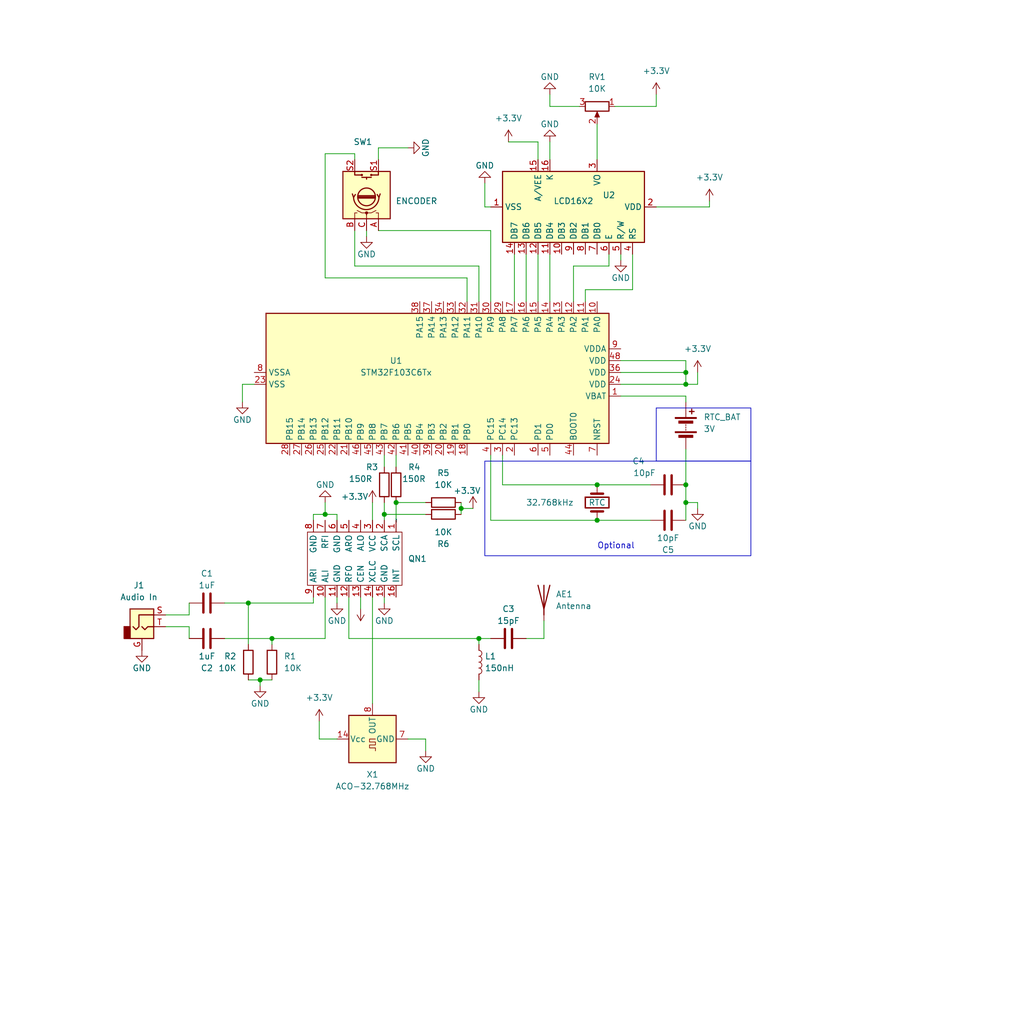
<source format=kicad_sch>
(kicad_sch (version 20230121) (generator eeschema)
  (paper "User" 219.989 219.989)
  (title_block (title "STM32 WITH  LCD16x2, ENCODER AND QN8066") (company "Ricardo Lima Caratti"))
  (lib_symbols
    (symbol "Connector_Audio:AudioJack2_Ground"
      (property "Reference" "J" (at 0 8.89 0))
      (property "Value" "AudioJack2_Ground" (at 0 6.35 0))
      (symbol "AudioJack2_Ground_0_1"
        (rectangle (start -2.54 -2.54) (end -3.81 0) (stroke (width 0.254)) (fill (type outline)))
        (polyline (pts (xy 0 0) (xy 0.635 -0.635) (xy 1.27 0) (xy 2.54 0)) (stroke (width 0.254)))
        (polyline (pts (xy 2.54 2.54) (xy -0.635 2.54) (xy -0.635 0) (xy -1.27 -0.635) (xy -1.905 0)) (stroke (width 0.254)))
        (rectangle (start 2.54 3.81) (end -2.54 -2.54) (stroke (width 0.254)) (fill (type background)))
      )
      (symbol "AudioJack2_Ground_1_1"
        (pin passive line (at 0 -5.08 90) (length 2.54) (name "~") (number "G"))
        (pin passive line (at 5.08 2.54 180) (length 2.54) (name "~") (number "S"))
        (pin passive line (at 5.08 0 180) (length 2.54) (name "~") (number "T"))
      )
    )
    (symbol "Device:Antenna" (pin_numbers hide) (pin_names (offset 1.016) hide)
      (property "Reference" "AE" (at -1.905 1.905 0))
      (property "Value" "Antenna" (at -1.905 0 0))
      (symbol "Antenna_0_1"
        (polyline (pts (xy 0 2.54) (xy 0 -3.81)) (stroke (width 0.254)))
        (polyline (pts (xy 1.27 2.54) (xy 0 -2.54) (xy -1.27 2.54)) (stroke (width 0.254)))
      )
      (symbol "Antenna_1_1"
        (pin input line (at 0 -5.08 90) (length 2.54) (name "A") (number "1"))
      )
    )
    (symbol "Device:Battery" (pin_numbers hide) (pin_names (offset 0) hide)
      (property "Reference" "BT" (at 2.54 2.54 0))
      (property "Value" "Battery" (at 2.54 0 0))
      (symbol "Battery_0_1"
        (rectangle (start -2.286 -1.27) (end 2.286 -1.524) (fill (type outline)))
        (rectangle (start -2.286 1.778) (end 2.286 1.524) (fill (type outline)))
        (rectangle (start -1.524 -2.032) (end 1.524 -2.54) (fill (type outline)))
        (rectangle (start -1.524 1.016) (end 1.524 0.508) (fill (type outline)))
        (polyline (pts (xy 0 -1.016) (xy 0 -0.762)))
        (polyline (pts (xy 0 -0.508) (xy 0 -0.254)))
        (polyline (pts (xy 0 0) (xy 0 0.254)))
        (polyline (pts (xy 0 1.778) (xy 0 2.54)))
        (polyline (pts (xy 0.762 3.048) (xy 1.778 3.048)) (stroke (width 0.254)))
        (polyline (pts (xy 1.27 3.556) (xy 1.27 2.54)) (stroke (width 0.254)))
      )
      (symbol "Battery_1_1"
        (pin passive line (at 0 5.08 270) (length 2.54) (name "+") (number "1"))
        (pin passive line (at 0 -5.08 90) (length 2.54) (name "-") (number "2"))
      )
    )
    (symbol "Device:C" (pin_numbers hide) (pin_names (offset 0.254))
      (property "Reference" "C" (at 0.635 2.54 0))
      (property "Value" "C" (at 0.635 -2.54 0))
      (symbol "C_0_1"
        (polyline (pts (xy -2.032 -0.762) (xy 2.032 -0.762)) (stroke (width 0.508)))
        (polyline (pts (xy -2.032 0.762) (xy 2.032 0.762)) (stroke (width 0.508)))
      )
      (symbol "C_1_1"
        (pin passive line (at 0 3.81 270) (length 2.794) (name "~") (number "1"))
        (pin passive line (at 0 -3.81 90) (length 2.794) (name "~") (number "2"))
      )
    )
    (symbol "Device:Crystal" (pin_numbers hide) (pin_names (offset 1.016) hide)
      (property "Reference" "Y" (at 0 3.81 0))
      (property "Value" "Crystal" (at 0 -3.81 0))
      (symbol "Crystal_0_1"
        (rectangle (start -1.143 2.54) (end 1.143 -2.54) (stroke (width 0.3048)))
        (polyline (pts (xy -2.54 0) (xy -1.905 0)))
        (polyline (pts (xy -1.905 -1.27) (xy -1.905 1.27)) (stroke (width 0.508)))
        (polyline (pts (xy 1.905 -1.27) (xy 1.905 1.27)) (stroke (width 0.508)))
        (polyline (pts (xy 2.54 0) (xy 1.905 0)))
      )
      (symbol "Crystal_1_1"
        (pin passive line (at -3.81 0 0) (length 1.27) (name "1") (number "1"))
        (pin passive line (at 3.81 0 180) (length 1.27) (name "2") (number "2"))
      )
    )
    (symbol "Device:L" (pin_numbers hide) (pin_names (offset 1.016) hide)
      (property "Reference" "L" (at -1.27 0 90))
      (property "Value" "L" (at 1.905 0 90))
      (symbol "L_0_1"
        (arc (start 0 -2.54) (mid 0.6323 -1.905) (end 0 -1.27))
        (arc (start 0 -1.27) (mid 0.6323 -0.635) (end 0 0))
        (arc (start 0 0) (mid 0.6323 0.635) (end 0 1.27))
        (arc (start 0 1.27) (mid 0.6323 1.905) (end 0 2.54))
      )
      (symbol "L_1_1"
        (pin passive line (at 0 3.81 270) (length 1.27) (name "1") (number "1"))
        (pin passive line (at 0 -3.81 90) (length 1.27) (name "2") (number "2"))
      )
    )
    (symbol "Device:R" (pin_numbers hide) (pin_names (offset 0))
      (property "Reference" "R" (at 2.032 0 90))
      (property "Value" "R" (at 0 0 90))
      (symbol "R_0_1"
        (rectangle (start -1.016 -2.54) (end 1.016 2.54) (stroke (width 0.254)))
      )
      (symbol "R_1_1"
        (pin passive line (at 0 3.81 270) (length 1.27) (name "~") (number "1"))
        (pin passive line (at 0 -3.81 90) (length 1.27) (name "~") (number "2"))
      )
    )
    (symbol "Device:R_Potentiometer" (pin_names (offset 1.016) hide)
      (property "Reference" "RV" (at -4.445 0 90))
      (property "Value" "R_Potentiometer" (at -2.54 0 90))
      (symbol "R_Potentiometer_0_1"
        (polyline (pts (xy 2.54 0) (xy 1.524 0)))
        (polyline (pts (xy 1.143 0) (xy 2.286 0.508) (xy 2.286 -0.508) (xy 1.143 0)) (fill (type outline)))
        (rectangle (start 1.016 2.54) (end -1.016 -2.54) (stroke (width 0.254)))
      )
      (symbol "R_Potentiometer_1_1"
        (pin passive line (at 0 3.81 270) (length 1.27) (name "1") (number "1"))
        (pin passive line (at 3.81 0 180) (length 1.27) (name "2") (number "2"))
        (pin passive line (at 0 -3.81 90) (length 1.27) (name "3") (number "3"))
      )
    )
    (symbol "Device:RotaryEncoder_Switch" (pin_names (offset 0.254) hide)
      (property "Reference" "SW" (at 0 6.604 0))
      (property "Value" "RotaryEncoder_Switch" (at 0 -6.604 0))
      (symbol "RotaryEncoder_Switch_0_1"
        (rectangle (start -5.08 5.08) (end 5.08 -5.08) (stroke (width 0.254)) (fill (type background)))
        (circle (center -3.81 0) (radius 0.254) (fill (type outline)))
        (circle (center -0.381 0) (radius 1.905) (stroke (width 0.254)))
        (arc (start -0.381 2.667) (mid -3.0988 -0.0635) (end -0.381 -2.794) (stroke (width 0.254)))
        (polyline (pts (xy -0.635 -1.778) (xy -0.635 1.778)) (stroke (width 0.254)))
        (polyline (pts (xy -0.381 -1.778) (xy -0.381 1.778)) (stroke (width 0.254)))
        (polyline (pts (xy -0.127 1.778) (xy -0.127 -1.778)) (stroke (width 0.254)))
        (polyline (pts (xy 3.81 0) (xy 3.429 0)) (stroke (width 0.254)))
        (polyline (pts (xy 3.81 1.016) (xy 3.81 -1.016)) (stroke (width 0.254)))
        (polyline (pts (xy -5.08 -2.54) (xy -3.81 -2.54) (xy -3.81 -2.032)))
        (polyline (pts (xy -5.08 2.54) (xy -3.81 2.54) (xy -3.81 2.032)))
        (polyline (pts (xy 0.254 -3.048) (xy -0.508 -2.794) (xy 0.127 -2.413)) (stroke (width 0.254)))
        (polyline (pts (xy 0.254 2.921) (xy -0.508 2.667) (xy 0.127 2.286)) (stroke (width 0.254)))
        (polyline (pts (xy 5.08 -2.54) (xy 4.318 -2.54) (xy 4.318 -1.016)) (stroke (width 0.254)))
        (polyline (pts (xy 5.08 2.54) (xy 4.318 2.54) (xy 4.318 1.016)) (stroke (width 0.254)))
        (polyline (pts (xy -5.08 0) (xy -3.81 0) (xy -3.81 -1.016) (xy -3.302 -2.032)))
        (polyline (pts (xy -4.318 0) (xy -3.81 0) (xy -3.81 1.016) (xy -3.302 2.032)))
        (circle (center 4.318 -1.016) (radius 0.127) (stroke (width 0.254)))
        (circle (center 4.318 1.016) (radius 0.127) (stroke (width 0.254)))
      )
      (symbol "RotaryEncoder_Switch_1_1"
        (pin passive line (at -7.62 2.54 0) (length 2.54) (name "A") (number "A"))
        (pin passive line (at -7.62 -2.54 0) (length 2.54) (name "B") (number "B"))
        (pin passive line (at -7.62 0 0) (length 2.54) (name "C") (number "C"))
        (pin passive line (at 7.62 2.54 180) (length 2.54) (name "S1") (number "S1"))
        (pin passive line (at 7.62 -2.54 180) (length 2.54) (name "S2") (number "S2"))
      )
    )
    (symbol "Display_Character:RC1602A"
      (property "Reference" "U" (at -6.35 16.51 0))
      (property "Value" "RC1602A" (at 2.794 16.51 0))
      (symbol "RC1602A_0_1"
        (rectangle (start -7.62 15.24) (end 7.62 -15.24) (stroke (width 0.254)) (fill (type background)))
      )
      (symbol "RC1602A_1_1"
        (pin power_in line (at 0 -17.78 90) (length 2.54) (name "VSS") (number "1"))
        (pin bidirectional line (at -10.16 -2.54 0) (length 2.54) (name "DB3") (number "10"))
        (pin bidirectional line (at -10.16 -5.08 0) (length 2.54) (name "DB4") (number "11"))
        (pin bidirectional line (at -10.16 -7.62 0) (length 2.54) (name "DB5") (number "12"))
        (pin bidirectional line (at -10.16 -10.16 0) (length 2.54) (name "DB6") (number "13"))
        (pin bidirectional line (at -10.16 -12.7 0) (length 2.54) (name "DB7") (number "14"))
        (pin power_in line (at 10.16 -7.62 180) (length 2.54) (name "A/VEE") (number "15"))
        (pin power_in line (at 10.16 -5.08 180) (length 2.54) (name "K") (number "16"))
        (pin power_in line (at 0 17.78 270) (length 2.54) (name "VDD") (number "2"))
        (pin power_in line (at 10.16 5.08 180) (length 2.54) (name "VO") (number "3"))
        (pin input line (at -10.16 12.7 0) (length 2.54) (name "RS") (number "4"))
        (pin input line (at -10.16 10.16 0) (length 2.54) (name "R/W") (number "5"))
        (pin input line (at -10.16 7.62 0) (length 2.54) (name "E") (number "6"))
        (pin bidirectional line (at -10.16 5.08 0) (length 2.54) (name "DB0") (number "7"))
        (pin bidirectional line (at -10.16 2.54 0) (length 2.54) (name "DB1") (number "8"))
        (pin bidirectional line (at -10.16 0 0) (length 2.54) (name "DB2") (number "9"))
      )
    )
    (symbol "MCU_ST_STM32F1:STM32F103C6Tx"
      (property "Reference" "U" (at -12.7 39.37 0))
      (property "Value" "STM32F103C6Tx" (at 10.16 39.37 0))
      (symbol "STM32F103C6Tx_0_1"
        (rectangle (start -12.7 -35.56) (end 15.24 38.1) (stroke (width 0.254)) (fill (type background)))
      )
      (symbol "STM32F103C6Tx_1_1"
        (pin power_in line (at -2.54 40.64 270) (length 2.54) (name "VBAT") (number "1"))
        (pin bidirectional line (at 17.78 35.56 180) (length 2.54) (name "PA0") (number "10"))
        (pin bidirectional line (at 17.78 33.02 180) (length 2.54) (name "PA1") (number "11"))
        (pin bidirectional line (at 17.78 30.48 180) (length 2.54) (name "PA2") (number "12"))
        (pin bidirectional line (at 17.78 27.94 180) (length 2.54) (name "PA3") (number "13"))
        (pin bidirectional line (at 17.78 25.4 180) (length 2.54) (name "PA4") (number "14"))
        (pin bidirectional line (at 17.78 22.86 180) (length 2.54) (name "PA5") (number "15"))
        (pin bidirectional line (at 17.78 20.32 180) (length 2.54) (name "PA6") (number "16"))
        (pin bidirectional line (at 17.78 17.78 180) (length 2.54) (name "PA7") (number "17"))
        (pin bidirectional line (at -15.24 7.62 0) (length 2.54) (name "PB0") (number "18"))
        (pin bidirectional line (at -15.24 5.08 0) (length 2.54) (name "PB1") (number "19"))
        (pin bidirectional line (at -15.24 17.78 0) (length 2.54) (name "PC13") (number "2"))
        (pin bidirectional line (at -15.24 2.54 0) (length 2.54) (name "PB2") (number "20"))
        (pin bidirectional line (at -15.24 -17.78 0) (length 2.54) (name "PB10") (number "21"))
        (pin bidirectional line (at -15.24 -20.32 0) (length 2.54) (name "PB11") (number "22"))
        (pin power_in line (at 0 -38.1 90) (length 2.54) (name "VSS") (number "23"))
        (pin power_in line (at 0 40.64 270) (length 2.54) (name "VDD") (number "24"))
        (pin bidirectional line (at -15.24 -22.86 0) (length 2.54) (name "PB12") (number "25"))
        (pin bidirectional line (at -15.24 -25.4 0) (length 2.54) (name "PB13") (number "26"))
        (pin bidirectional line (at -15.24 -27.94 0) (length 2.54) (name "PB14") (number "27"))
        (pin bidirectional line (at -15.24 -30.48 0) (length 2.54) (name "PB15") (number "28"))
        (pin bidirectional line (at 17.78 15.24 180) (length 2.54) (name "PA8") (number "29"))
        (pin bidirectional line (at -15.24 15.24 0) (length 2.54) (name "PC14") (number "3"))
        (pin bidirectional line (at 17.78 12.7 180) (length 2.54) (name "PA9") (number "30"))
        (pin bidirectional line (at 17.78 10.16 180) (length 2.54) (name "PA10") (number "31"))
        (pin bidirectional line (at 17.78 7.62 180) (length 2.54) (name "PA11") (number "32"))
        (pin bidirectional line (at 17.78 5.08 180) (length 2.54) (name "PA12") (number "33"))
        (pin bidirectional line (at 17.78 2.54 180) (length 2.54) (name "PA13") (number "34"))
        (pin passive line (at 0 -38.1 90) (length 2.54) hide (name "VSS") (number "35"))
        (pin power_in line (at 2.54 40.64 270) (length 2.54) (name "VDD") (number "36"))
        (pin bidirectional line (at 17.78 0 180) (length 2.54) (name "PA14") (number "37"))
        (pin bidirectional line (at 17.78 -2.54 180) (length 2.54) (name "PA15") (number "38"))
        (pin bidirectional line (at -15.24 0 0) (length 2.54) (name "PB3") (number "39"))
        (pin bidirectional line (at -15.24 12.7 0) (length 2.54) (name "PC15") (number "4"))
        (pin bidirectional line (at -15.24 -2.54 0) (length 2.54) (name "PB4") (number "40"))
        (pin bidirectional line (at -15.24 -5.08 0) (length 2.54) (name "PB5") (number "41"))
        (pin bidirectional line (at -15.24 -7.62 0) (length 2.54) (name "PB6") (number "42"))
        (pin bidirectional line (at -15.24 -10.16 0) (length 2.54) (name "PB7") (number "43"))
        (pin input line (at -15.24 30.48 0) (length 2.54) (name "BOOT0") (number "44"))
        (pin bidirectional line (at -15.24 -12.7 0) (length 2.54) (name "PB8") (number "45"))
        (pin bidirectional line (at -15.24 -15.24 0) (length 2.54) (name "PB9") (number "46"))
        (pin passive line (at 0 -38.1 90) (length 2.54) hide (name "VSS") (number "47"))
        (pin power_in line (at 5.08 40.64 270) (length 2.54) (name "VDD") (number "48"))
        (pin bidirectional line (at -15.24 25.4 0) (length 2.54) (name "PD0") (number "5"))
        (pin bidirectional line (at -15.24 22.86 0) (length 2.54) (name "PD1") (number "6"))
        (pin input line (at -15.24 35.56 0) (length 2.54) (name "NRST") (number "7"))
        (pin power_in line (at 2.54 -38.1 90) (length 2.54) (name "VSSA") (number "8"))
        (pin power_in line (at 7.62 40.64 270) (length 2.54) (name "VDDA") (number "9"))
      )
    )
    (symbol "Oscillator:ACO-xxxMHz" (pin_names (offset 0.254))
      (property "Reference" "X" (at -5.08 6.35 0))
      (property "Value" "ACO-xxxMHz" (at 1.27 -6.35 0))
      (symbol "ACO-xxxMHz_0_1"
        (rectangle (start -5.08 5.08) (end 5.08 -5.08) (stroke (width 0.254)) (fill (type background)))
        (polyline (pts (xy -2.54 -0.635) (xy -1.905 -0.635) (xy -1.905 0.635) (xy -1.27 0.635) (xy -1.27 -0.635) (xy -0.635 -0.635) (xy -0.635 0.635) (xy 0 0.635) (xy 0 -0.635)))
      )
      (symbol "ACO-xxxMHz_1_1"
        (pin no_connect line (at -5.08 2.54 0) (length 2.54) hide (name "NC") (number "1"))
        (pin power_in line (at 0 7.62 270) (length 2.54) (name "Vcc") (number "14"))
        (pin power_in line (at 0 -7.62 90) (length 2.54) (name "GND") (number "7"))
        (pin output line (at 7.62 0 180) (length 2.54) (name "OUT") (number "8"))
      )
    )
    (symbol "QN8066:QN8066"
      (property "Reference" "QN8066" (at 0 15.24 0))
      (symbol "QN8066_0_1"
        (rectangle (start -6.35 13.97) (end 5.08 -6.35))
      )
      (symbol "QN8066_1_1"
        (pin input line (at -8.89 12.7 0) (length 2.54) (name "SCL") (number "1"))
        (pin input line (at 7.62 -2.54 180) (length 2.54) (name "ALI") (number "10"))
        (pin passive line (at 7.62 0 180) (length 2.54) (name "GND") (number "11"))
        (pin output line (at 7.62 2.54 180) (length 2.54) (name "RFO") (number "12"))
        (pin input line (at 7.62 5.08 180) (length 2.54) (name "CEN") (number "13"))
        (pin input line (at 7.62 7.62 180) (length 2.54) (name "XCLC") (number "14"))
        (pin passive line (at 7.62 10.16 180) (length 2.54) (name "GND") (number "15"))
        (pin output line (at 7.62 12.7 180) (length 2.54) (name "INT") (number "16"))
        (pin bidirectional line (at -8.89 10.16 0) (length 2.54) (name "SCA") (number "2"))
        (pin power_in line (at -8.89 7.62 0) (length 2.54) (name "VCC") (number "3"))
        (pin output line (at -8.89 5.08 0) (length 2.54) (name "ALO") (number "4"))
        (pin output line (at -8.89 2.54 0) (length 2.54) (name "ARO") (number "5"))
        (pin passive line (at -8.89 0 0) (length 2.54) (name "GND") (number "6"))
        (pin input line (at -8.89 -2.54 0) (length 2.54) (name "RFI") (number "7"))
        (pin passive line (at -8.89 -5.08 0) (length 2.54) (name "GND") (number "8"))
        (pin input line (at 7.62 -5.08 180) (length 2.54) (name "ARI") (number "9"))
      )
    )
    (symbol "power:+3.3V" (power) (pin_names (offset 0))
      (property "Value" "+3.3V" (at 0 3.556 0))
      (symbol "+3.3V_0_1"
        (polyline (pts (xy -0.762 1.27) (xy 0 2.54)))
        (polyline (pts (xy 0 0) (xy 0 2.54)))
        (polyline (pts (xy 0 2.54) (xy 0.762 1.27)))
      )
      (symbol "+3.3V_1_1"
        (pin power_in line (at 0 0 90) (length 0) hide (name "+3.3V") (number "1"))
      )
    )
    (symbol "power:GND" (power) (pin_names (offset 0))
      (property "Value" "GND" (at 0 -3.81 0))
      (symbol "GND_0_1"
        (polyline (pts (xy 0 0) (xy 0 -1.27) (xy 1.27 -1.27) (xy 0 -2.54) (xy -1.27 -1.27) (xy 0 -1.27)))
      )
      (symbol "GND_1_1"
        (pin power_in line (at 0 0 270) (length 0) hide (name "GND") (number "1"))
      )
    )
  )
  (junction (at 82.55 110.49))
  (junction (at 102.87 137.16))
  (junction (at 69.85 110.49))
  (junction (at 55.88 146.05))
  (junction (at 85.09 107.95))
  (junction (at 99.06 109.22))
  (junction (at 53.34 129.54))
  (junction (at 58.42 137.16))
  (junction (at 147.32 104.14))
  (junction (at 128.27 111.76))
  (junction (at 128.27 104.14))
  (junction (at 147.32 80.01))
  (junction (at 147.32 82.55))
  (junction (at 147.32 107.95))
  (wire (pts (xy 69.85 128.27) (xy 69.85 137.16)))
  (wire (pts (xy 140.97 44.45) (xy 152.4 44.45)))
  (wire (pts (xy 149.86 82.55) (xy 149.86 80.01)))
  (wire (pts (xy 135.89 54.61) (xy 135.89 62.23)))
  (wire (pts (xy 58.42 138.43) (xy 58.42 137.16)))
  (wire (pts (xy 133.35 54.61) (xy 133.35 55.88)))
  (wire (pts (xy 99.06 107.95) (xy 99.06 109.22)))
  (wire (pts (xy 68.58 154.94) (xy 68.58 158.75)))
  (wire (pts (xy 128.27 111.76) (xy 139.7 111.76)))
  (wire (pts (xy 81.28 31.75) (xy 87.63 31.75)))
  (wire (pts (xy 87.63 158.75) (xy 91.44 158.75)))
  (wire (pts (xy 72.39 158.75) (xy 68.58 158.75)))
  (wire (pts (xy 67.31 110.49) (xy 67.31 111.76)))
  (wire (pts (xy 72.39 128.27) (xy 72.39 129.54)))
  (wire (pts (xy 140.97 20.32) (xy 140.97 22.86)))
  (wire (pts (xy 76.2 49.53) (xy 76.2 57.15)))
  (wire (pts (xy 99.06 109.22) (xy 99.06 110.49)))
  (wire (pts (xy 100.33 59.69) (xy 100.33 64.77)))
  (wire (pts (xy 77.47 128.27) (xy 77.47 130.81)))
  (wire (pts (xy 133.35 85.09) (xy 147.32 85.09)))
  (wire (pts (xy 85.09 97.79) (xy 85.09 100.33)))
  (wire (pts (xy 81.28 34.29) (xy 81.28 31.75)))
  (wire (pts (xy 76.2 33.02) (xy 69.85 33.02)))
  (wire (pts (xy 107.95 104.14) (xy 128.27 104.14)))
  (wire (pts (xy 69.85 59.69) (xy 100.33 59.69)))
  (wire (pts (xy 40.64 129.54) (xy 40.64 132.08)))
  (wire (pts (xy 147.32 77.47) (xy 147.32 80.01)))
  (wire (pts (xy 147.32 96.52) (xy 147.32 104.14)))
  (wire (pts (xy 55.88 146.05) (xy 58.42 146.05)))
  (wire (pts (xy 91.44 158.75) (xy 91.44 161.29)))
  (wire (pts (xy 115.57 54.61) (xy 115.57 64.77)))
  (wire (pts (xy 118.11 20.32) (xy 118.11 22.86)))
  (wire (pts (xy 58.42 137.16) (xy 48.26 137.16)))
  (wire (pts (xy 149.86 107.95) (xy 147.32 107.95)))
  (wire (pts (xy 35.56 134.62) (xy 40.64 134.62)))
  (wire (pts (xy 105.41 111.76) (xy 128.27 111.76)))
  (wire (pts (xy 105.41 97.79) (xy 105.41 111.76)))
  (wire (pts (xy 132.08 22.86) (xy 140.97 22.86)))
  (wire (pts (xy 102.87 137.16) (xy 102.87 138.43)))
  (wire (pts (xy 105.41 49.53) (xy 105.41 64.77)))
  (wire (pts (xy 128.27 26.67) (xy 128.27 34.29)))
  (wire (pts (xy 55.88 146.05) (xy 55.88 147.32)))
  (wire (pts (xy 133.35 77.47) (xy 147.32 77.47)))
  (wire (pts (xy 85.09 107.95) (xy 91.44 107.95)))
  (wire (pts (xy 78.74 50.8) (xy 78.74 49.53)))
  (wire (pts (xy 147.32 104.14) (xy 147.32 107.95)))
  (wire (pts (xy 102.87 146.05) (xy 102.87 148.59)))
  (wire (pts (xy 104.14 39.37) (xy 104.14 44.45)))
  (wire (pts (xy 149.86 109.22) (xy 149.86 107.95)))
  (wire (pts (xy 109.22 30.48) (xy 115.57 30.48)))
  (wire (pts (xy 40.64 134.62) (xy 40.64 137.16)))
  (wire (pts (xy 80.01 107.95) (xy 80.01 111.76)))
  (wire (pts (xy 74.93 137.16) (xy 102.87 137.16)))
  (wire (pts (xy 72.39 111.76) (xy 72.39 110.49)))
  (wire (pts (xy 52.07 82.55) (xy 52.07 86.36)))
  (wire (pts (xy 102.87 57.15) (xy 102.87 64.77)))
  (wire (pts (xy 110.49 54.61) (xy 110.49 64.77)))
  (wire (pts (xy 128.27 104.14) (xy 139.7 104.14)))
  (wire (pts (xy 82.55 110.49) (xy 82.55 111.76)))
  (wire (pts (xy 147.32 80.01) (xy 147.32 82.55)))
  (wire (pts (xy 82.55 107.95) (xy 82.55 110.49)))
  (wire (pts (xy 104.14 44.45) (xy 105.41 44.45)))
  (wire (pts (xy 82.55 128.27) (xy 82.55 129.54)))
  (wire (pts (xy 118.11 30.48) (xy 118.11 34.29)))
  (wire (pts (xy 123.19 64.77) (xy 123.19 57.15)))
  (wire (pts (xy 72.39 110.49) (xy 69.85 110.49)))
  (wire (pts (xy 107.95 97.79) (xy 107.95 104.14)))
  (wire (pts (xy 99.06 109.22) (xy 101.6 109.22)))
  (wire (pts (xy 113.03 137.16) (xy 116.84 137.16)))
  (wire (pts (xy 80.01 128.27) (xy 80.01 151.13)))
  (wire (pts (xy 124.46 22.86) (xy 118.11 22.86)))
  (wire (pts (xy 147.32 85.09) (xy 147.32 86.36)))
  (wire (pts (xy 125.73 64.77) (xy 125.73 62.23)))
  (wire (pts (xy 116.84 133.35) (xy 116.84 137.16)))
  (wire (pts (xy 69.85 137.16) (xy 58.42 137.16)))
  (wire (pts (xy 133.35 80.01) (xy 147.32 80.01)))
  (wire (pts (xy 82.55 110.49) (xy 91.44 110.49)))
  (wire (pts (xy 118.11 54.61) (xy 118.11 64.77)))
  (wire (pts (xy 53.34 129.54) (xy 53.34 138.43)))
  (wire (pts (xy 48.26 129.54) (xy 53.34 129.54)))
  (wire (pts (xy 35.56 132.08) (xy 40.64 132.08)))
  (wire (pts (xy 69.85 110.49) (xy 67.31 110.49)))
  (wire (pts (xy 69.85 107.95) (xy 69.85 110.49)))
  (wire (pts (xy 113.03 54.61) (xy 113.03 64.77)))
  (wire (pts (xy 85.09 107.95) (xy 85.09 111.76)))
  (wire (pts (xy 147.32 107.95) (xy 147.32 111.76)))
  (wire (pts (xy 125.73 62.23) (xy 135.89 62.23)))
  (wire (pts (xy 76.2 57.15) (xy 102.87 57.15)))
  (wire (pts (xy 147.32 82.55) (xy 149.86 82.55)))
  (wire (pts (xy 123.19 57.15) (xy 130.81 57.15)))
  (wire (pts (xy 133.35 82.55) (xy 147.32 82.55)))
  (wire (pts (xy 115.57 34.29) (xy 115.57 30.48)))
  (wire (pts (xy 130.81 57.15) (xy 130.81 54.61)))
  (wire (pts (xy 69.85 33.02) (xy 69.85 59.69)))
  (wire (pts (xy 76.2 34.29) (xy 76.2 33.02)))
  (wire (pts (xy 105.41 137.16) (xy 102.87 137.16)))
  (wire (pts (xy 53.34 129.54) (xy 67.31 129.54)))
  (wire (pts (xy 54.61 82.55) (xy 52.07 82.55)))
  (wire (pts (xy 74.93 128.27) (xy 74.93 137.16)))
  (wire (pts (xy 81.28 49.53) (xy 105.41 49.53)))
  (wire (pts (xy 82.55 97.79) (xy 82.55 100.33)))
  (wire (pts (xy 152.4 44.45) (xy 152.4 43.18)))
  (wire (pts (xy 53.34 146.05) (xy 55.88 146.05)))
  (wire (pts (xy 67.31 129.54) (xy 67.31 128.27)))
  (rectangle (start 140.97 87.63) (end 161.29 99.06))
  (rectangle (start 104.14 99.06) (end 161.29 119.38))
  (text "Optional" (at 128.27 118.11 0) (effects (font (size 1.27 1.27)) (justify left bottom)))
  (symbol (lib_id "power:+3.3V") (at 152.4 43.18 0) (unit 1)
    (property "Reference" "#PWR03" (effects hide))
    (property "Value" "+3.3V" (at 152.4 38.1 0))
  )
  (symbol (lib_id "Device:R") (at 53.34 142.24 0) (mirror y) (unit 1)
    (property "Reference" "R2" (at 50.8 140.97 0) (effects (justify left)))
    (property "Value" "10K" (at 50.8 143.51 0) (effects (justify left)))
  )
  (symbol (lib_id "Oscillator:ACO-xxxMHz") (at 80.01 158.75 90) (unit 1)
    (property "Reference" "X1" (at 80.01 166.37 90))
    (property "Value" "ACO-32.768MHz" (at 80.01 168.91 90))
    (property "Footprint" "Oscillator:Oscillator_DIP-14" (effects hide))
    (property "Datasheet" "http://www.conwin.com/datasheets/cx/cx030.pdf" (effects hide))
  )
  (symbol (lib_id "Display_Character:RC1602A") (at 123.19 44.45 270) (mirror x) (unit 1)
    (property "Reference" "U2" (at 130.81 41.91 90))
    (property "Value" "LCD16X2" (at 123.19 43.18 90))
    (property "Footprint" "Display:RC1602A" (effects hide))
    (property "Datasheet" "http://www.raystar-optronics.com/down.php?ProID=18" (effects hide))
  )
  (symbol (lib_id "power:GND") (at 72.39 129.54 0) (unit 1)
    (property "Reference" "#PWR014" (effects hide))
    (property "Value" "GND" (at 72.39 133.35 0))
  )
  (symbol (lib_id "Device:R") (at 58.42 142.24 0) (unit 1)
    (property "Reference" "R1" (at 60.96 140.97 0) (effects (justify left)))
    (property "Value" "10K" (at 60.96 143.51 0) (effects (justify left)))
  )
  (symbol (lib_id "Device:R") (at 95.25 107.95 270) (unit 1)
    (property "Reference" "R5" (at 95.25 101.6 90))
    (property "Value" "10K" (at 95.25 104.14 90))
  )
  (symbol (lib_id "power:+3.3V") (at 140.97 20.32 0) (unit 1)
    (property "Reference" "#PWR04" (effects hide))
    (property "Value" "+3.3V" (at 140.97 15.24 0))
  )
  (symbol (lib_id "power:GND") (at 87.63 31.75 90) (mirror x) (unit 1)
    (property "Reference" "#PWR09" (effects hide))
    (property "Value" "GND" (at 91.44 31.75 0))
  )
  (symbol (lib_id "Device:RotaryEncoder_Switch") (at 78.74 41.91 270) (mirror x) (unit 1)
    (property "Reference" "SW1" (at 80.01 30.48 90) (effects (justify right)))
    (property "Value" "ENCODER" (at 93.98 43.18 90) (effects (justify right)))
  )
  (symbol (lib_id "power:GND") (at 102.87 148.59 0) (unit 1)
    (property "Reference" "#PWR018" (effects hide))
    (property "Value" "GND" (at 102.87 152.4 0))
  )
  (symbol (lib_id "Device:C") (at 109.22 137.16 90) (unit 1)
    (property "Reference" "C3" (at 109.22 130.81 90))
    (property "Value" "15pF" (at 109.22 133.35 90))
  )
  (symbol (lib_id "Device:R") (at 82.55 104.14 0) (mirror y) (unit 1)
    (property "Reference" "R3" (at 81.28 100.33 0) (effects (justify left)))
    (property "Value" "150R" (at 80.01 102.87 0) (effects (justify left)))
  )
  (symbol (lib_id "power:GND") (at 118.11 30.48 180) (unit 1)
    (property "Reference" "#PWR06" (effects hide))
    (property "Value" "GND" (at 118.11 26.67 0))
  )
  (symbol (lib_id "Device:Antenna") (at 116.84 128.27 0) (unit 1)
    (property "Reference" "AE1" (at 119.38 127.635 0) (effects (justify left)))
    (property "Value" "Antenna" (at 119.38 130.175 0) (effects (justify left)))
  )
  (symbol (lib_id "power:+3.3V") (at 80.01 107.95 0) (unit 1)
    (property "Reference" "#PWR013" (effects hide))
    (property "Value" "+3.3V" (at 76.2 106.68 0))
  )
  (symbol (lib_id "power:GND") (at 78.74 50.8 0) (mirror y) (unit 1)
    (property "Reference" "#PWR08" (effects hide))
    (property "Value" "GND" (at 78.74 54.61 0))
  )
  (symbol (lib_id "Device:R") (at 95.25 110.49 270) (mirror x) (unit 1)
    (property "Reference" "R6" (at 95.25 116.84 90))
    (property "Value" "10K" (at 95.25 114.3 90))
  )
  (symbol (lib_id "power:+3.3V") (at 101.6 109.22 0) (unit 1)
    (property "Reference" "#PWR019" (effects hide))
    (property "Value" "+3.3V" (at 100.33 105.41 0))
  )
  (symbol (lib_id "power:GND") (at 104.14 39.37 180) (unit 1)
    (property "Reference" "#PWR02" (effects hide))
    (property "Value" "GND" (at 104.14 35.56 0))
  )
  (symbol (lib_id "power:GND") (at 69.85 107.95 180) (unit 1)
    (property "Reference" "#PWR012" (effects hide))
    (property "Value" "GND" (at 69.85 104.14 0))
  )
  (symbol (lib_id "power:GND") (at 149.86 109.22 0) (unit 1)
    (property "Reference" "#PWR023" (effects hide))
    (property "Value" "GND" (at 149.86 113.03 0))
  )
  (symbol (lib_id "Device:Battery") (at 147.32 91.44 0) (unit 1)
    (property "Reference" "RTC_BAT" (at 151.13 89.5985 0) (effects (justify left)))
    (property "Value" "3V" (at 151.13 92.1385 0) (effects (justify left)))
  )
  (symbol (lib_id "power:GND") (at 118.11 20.32 180) (unit 1)
    (property "Reference" "#PWR05" (effects hide))
    (property "Value" "GND" (at 118.11 16.51 0))
  )
  (symbol (lib_id "Device:C") (at 44.45 137.16 90) (mirror x) (unit 1)
    (property "Reference" "C2" (at 44.45 143.51 90))
    (property "Value" "1uF" (at 44.45 140.97 90))
  )
  (symbol (lib_id "QN8066:QN8066") (at 72.39 120.65 270) (unit 1)
    (property "Reference" "QN1" (at 87.63 120.015 90) (effects (justify left)))
    (property "Value" "~" (at 85.09 111.76 0))
  )
  (symbol (lib_id "MCU_ST_STM32F1:STM32F103C6Tx") (at 92.71 82.55 270) (mirror x) (unit 1)
    (property "Reference" "U1" (at 85.09 77.47 90))
    (property "Value" "STM32F103C6Tx" (at 85.09 80.01 90))
    (property "Footprint" "Package_QFP:LQFP-48_7x7mm_P0.5mm" (effects hide))
    (property "Datasheet" "https://www.st.com/resource/en/datasheet/stm32f103c6.pdf" (effects hide))
  )
  (symbol (lib_id "Device:Crystal") (at 128.27 107.95 90) (mirror x) (unit 1)
    (property "Reference" "RTC" (at 128.27 107.95 90))
    (property "Value" "32.768kHz" (at 118.11 107.95 90))
  )
  (symbol (lib_id "power:GND") (at 91.44 161.29 0) (unit 1)
    (property "Reference" "#PWR020" (effects hide))
    (property "Value" "GND" (at 91.44 165.1 0))
  )
  (symbol (lib_id "Device:C") (at 143.51 104.14 90) (unit 1)
    (property "Reference" "C4" (at 137.16 99.06 90))
    (property "Value" "10pF" (at 138.43 101.6 90))
  )
  (symbol (lib_id "power:+3.3V") (at 149.86 80.01 0) (unit 1)
    (property "Reference" "#PWR011" (effects hide))
    (property "Value" "+3.3V" (at 149.86 74.93 0))
  )
  (symbol (lib_id "power:+3.3V") (at 68.58 154.94 0) (unit 1)
    (property "Reference" "#PWR021" (effects hide))
    (property "Value" "+3.3V" (at 68.58 149.86 0))
  )
  (symbol (lib_id "power:GND") (at 82.55 129.54 0) (unit 1)
    (property "Reference" "#PWR015" (effects hide))
    (property "Value" "GND" (at 82.55 133.35 0))
  )
  (symbol (lib_id "power:GND") (at 30.48 139.7 0) (unit 1)
    (property "Reference" "#PWR016" (effects hide))
    (property "Value" "GND" (at 30.48 143.51 0))
  )
  (symbol (lib_id "power:+3.3V") (at 109.22 30.48 0) (unit 1)
    (property "Reference" "#PWR07" (effects hide))
    (property "Value" "+3.3V" (at 109.22 25.4 0))
  )
  (symbol (lib_id "power:GND") (at 133.35 55.88 0) (unit 1)
    (property "Reference" "#PWR01" (effects hide))
    (property "Value" "GND" (at 133.35 59.69 0))
  )
  (symbol (lib_id "Device:L") (at 102.87 142.24 0) (unit 1)
    (property "Reference" "L1" (at 104.14 140.97 0) (effects (justify left)))
    (property "Value" "150nH" (at 104.14 143.51 0) (effects (justify left)))
  )
  (symbol (lib_id "Device:R_Potentiometer") (at 128.27 22.86 270) (unit 1)
    (property "Reference" "RV1" (at 128.27 16.51 90))
    (property "Value" "10K" (at 128.27 19.05 90))
  )
  (symbol (lib_id "power:GND") (at 52.07 86.36 0) (unit 1)
    (property "Reference" "#PWR010" (effects hide))
    (property "Value" "GND" (at 52.07 90.17 0))
  )
  (symbol (lib_id "power:GND") (at 55.88 147.32 0) (unit 1)
    (property "Reference" "#PWR017" (effects hide))
    (property "Value" "GND" (at 55.88 151.13 0))
  )
  (symbol (lib_id "Device:C") (at 44.45 129.54 90) (unit 1)
    (property "Reference" "C1" (at 44.45 123.19 90))
    (property "Value" "1uF" (at 44.45 125.73 90))
  )
  (symbol (lib_id "Device:R") (at 85.09 104.14 0) (unit 1)
    (property "Reference" "R4" (at 87.63 100.33 0) (effects (justify left)))
    (property "Value" "150R" (at 86.36 102.87 0) (effects (justify left)))
  )
  (symbol (lib_id "power:+3.3V") (at 77.47 130.81 180) (unit 1)
    (property "Reference" "#PWR022" (effects hide))
    (property "Value" "+3.3V" (effects hide))
  )
  (symbol (lib_id "Device:C") (at 143.51 111.76 90) (mirror x) (unit 1)
    (property "Reference" "C5" (at 143.51 118.11 90))
    (property "Value" "10pF" (at 143.51 115.57 90))
  )
  (symbol (lib_id "Connector_Audio:AudioJack2_Ground") (at 30.48 134.62 0) (unit 1)
    (property "Reference" "J1" (at 29.845 125.73 0))
    (property "Value" "Audio In" (at 29.845 128.27 0))
  )
)
</source>
